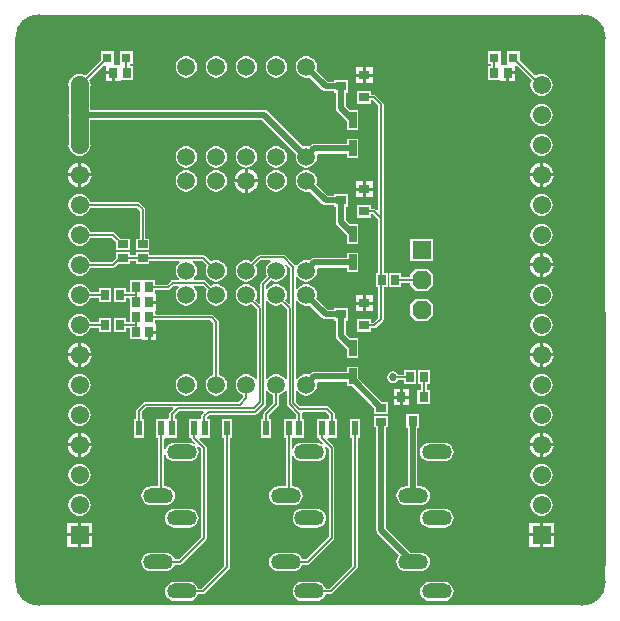
<source format=gtl>
G04 Layer_Physical_Order=1*
G04 Layer_Color=25308*
%FSLAX23Y23*%
%MOIN*%
G70*
G01*
G75*
%ADD10R,0.028X0.033*%
%ADD11R,0.031X0.031*%
%ADD12R,0.022X0.051*%
%ADD13R,0.031X0.035*%
%ADD14R,0.033X0.028*%
%ADD15R,0.026X0.053*%
%ADD16R,0.035X0.031*%
%ADD17R,0.030X0.033*%
%ADD18C,0.008*%
%ADD19C,0.060*%
%ADD20C,0.020*%
%ADD21C,0.010*%
%ADD22C,0.006*%
G04:AMPARAMS|DCode=23|XSize=100mil|YSize=50mil|CornerRadius=25mil|HoleSize=0mil|Usage=FLASHONLY|Rotation=180.000|XOffset=0mil|YOffset=0mil|HoleType=Round|Shape=RoundedRectangle|*
%AMROUNDEDRECTD23*
21,1,0.100,0.000,0,0,180.0*
21,1,0.050,0.050,0,0,180.0*
1,1,0.050,-0.025,0.000*
1,1,0.050,0.025,0.000*
1,1,0.050,0.025,0.000*
1,1,0.050,-0.025,0.000*
%
%ADD23ROUNDEDRECTD23*%
%ADD24P,0.067X8X292.5*%
%ADD25R,0.062X0.062*%
%ADD26R,0.061X0.061*%
%ADD27C,0.061*%
%ADD28C,0.059*%
%ADD29C,0.158*%
%ADD30C,0.050*%
%ADD31C,0.027*%
G36*
X1837Y1969D02*
X1889Y1969D01*
X1929Y1949D01*
X1968Y1890D01*
X1968Y1839D01*
X1968Y1839D01*
X1969Y132D01*
X1968Y132D01*
X1968Y79D01*
X1948Y39D01*
X1889Y0D01*
X1791Y0D01*
Y0D01*
X1771D01*
Y-0D01*
X1643D01*
Y0D01*
X325D01*
Y0D01*
X196D01*
Y0D01*
X177D01*
Y0D01*
X78Y0D01*
X39Y20D01*
X-0Y79D01*
X-0Y177D01*
X-0D01*
X-0Y197D01*
X-0D01*
Y1672D01*
X-1Y1836D01*
X-0Y1836D01*
X-0Y1890D01*
X19Y1929D01*
X78Y1969D01*
X130Y1969D01*
X130Y1969D01*
X1836Y1969D01*
X1837Y1969D01*
D02*
G37*
%LPC*%
G36*
X1283Y722D02*
X1262D01*
Y699D01*
X1283D01*
Y722D01*
D02*
G37*
G36*
X570Y771D02*
X561Y770D01*
X552Y766D01*
X545Y760D01*
X539Y753D01*
X536Y744D01*
X535Y735D01*
X536Y726D01*
X539Y717D01*
X545Y710D01*
X552Y704D01*
X561Y700D01*
X570Y699D01*
X580Y700D01*
X588Y704D01*
X596Y710D01*
X601Y717D01*
X605Y726D01*
X606Y735D01*
X605Y744D01*
X601Y753D01*
X596Y760D01*
X588Y766D01*
X580Y770D01*
X570Y771D01*
D02*
G37*
G36*
X1755Y772D02*
X1745Y771D01*
X1736Y767D01*
X1729Y761D01*
X1723Y753D01*
X1719Y745D01*
X1718Y735D01*
X1719Y725D01*
X1723Y717D01*
X1729Y709D01*
X1736Y703D01*
X1745Y699D01*
X1755Y698D01*
X1764Y699D01*
X1773Y703D01*
X1781Y709D01*
X1787Y717D01*
X1790Y725D01*
X1792Y735D01*
X1790Y745D01*
X1787Y753D01*
X1781Y761D01*
X1773Y767D01*
X1764Y771D01*
X1755Y772D01*
D02*
G37*
G36*
X210Y830D02*
X175D01*
X175Y824D01*
X179Y815D01*
X186Y806D01*
X194Y800D01*
X204Y796D01*
X210Y795D01*
Y830D01*
D02*
G37*
G36*
X1337Y783D02*
X1298D01*
Y769D01*
X1277D01*
X1274Y774D01*
X1268Y778D01*
X1260Y780D01*
X1252Y778D01*
X1246Y774D01*
X1242Y768D01*
X1240Y760D01*
X1242Y752D01*
X1246Y746D01*
X1252Y742D01*
X1260Y740D01*
X1268Y742D01*
X1274Y746D01*
X1277Y751D01*
X1298D01*
Y737D01*
X1337D01*
Y783D01*
D02*
G37*
G36*
X1313Y722D02*
X1293D01*
Y699D01*
X1313D01*
Y722D01*
D02*
G37*
G36*
X215Y772D02*
X205Y771D01*
X196Y767D01*
X189Y761D01*
X183Y753D01*
X179Y745D01*
X178Y735D01*
X179Y725D01*
X183Y717D01*
X189Y709D01*
X196Y703D01*
X205Y699D01*
X215Y698D01*
X224Y699D01*
X233Y703D01*
X241Y709D01*
X247Y717D01*
X250Y725D01*
X252Y735D01*
X250Y745D01*
X247Y753D01*
X241Y761D01*
X233Y767D01*
X224Y771D01*
X215Y772D01*
D02*
G37*
G36*
X1755Y672D02*
X1745Y671D01*
X1736Y667D01*
X1729Y661D01*
X1723Y653D01*
X1719Y645D01*
X1718Y635D01*
X1719Y625D01*
X1723Y617D01*
X1729Y609D01*
X1736Y603D01*
X1745Y599D01*
X1755Y598D01*
X1764Y599D01*
X1773Y603D01*
X1781Y609D01*
X1787Y617D01*
X1790Y625D01*
X1792Y635D01*
X1790Y645D01*
X1787Y653D01*
X1781Y661D01*
X1773Y667D01*
X1764Y671D01*
X1755Y672D01*
D02*
G37*
G36*
X215D02*
X205Y671D01*
X196Y667D01*
X189Y661D01*
X183Y653D01*
X179Y645D01*
X178Y635D01*
X179Y625D01*
X183Y617D01*
X189Y609D01*
X196Y603D01*
X205Y599D01*
X215Y598D01*
X224Y599D01*
X233Y603D01*
X241Y609D01*
X247Y617D01*
X250Y625D01*
X252Y635D01*
X250Y645D01*
X247Y653D01*
X241Y661D01*
X233Y667D01*
X224Y671D01*
X215Y672D01*
D02*
G37*
G36*
X1760Y575D02*
Y540D01*
X1795D01*
X1794Y546D01*
X1790Y555D01*
X1784Y564D01*
X1775Y570D01*
X1765Y575D01*
X1760Y575D01*
D02*
G37*
G36*
X1382Y783D02*
X1343D01*
Y737D01*
X1353D01*
Y718D01*
X1341D01*
Y671D01*
X1384D01*
Y718D01*
X1372D01*
Y737D01*
X1382D01*
Y783D01*
D02*
G37*
G36*
X1313Y689D02*
X1293D01*
Y667D01*
X1313D01*
Y689D01*
D02*
G37*
G36*
X1283D02*
X1262D01*
Y667D01*
X1283D01*
Y689D01*
D02*
G37*
G36*
X255Y830D02*
X220D01*
Y795D01*
X225Y796D01*
X235Y800D01*
X244Y806D01*
X250Y815D01*
X254Y824D01*
X255Y830D01*
D02*
G37*
G36*
X1373Y1022D02*
X1337D01*
X1318Y1003D01*
Y966D01*
X1337Y948D01*
X1373D01*
X1392Y966D01*
Y1003D01*
X1373Y1022D01*
D02*
G37*
G36*
X215Y972D02*
X205Y971D01*
X196Y967D01*
X189Y961D01*
X183Y953D01*
X179Y945D01*
X178Y935D01*
X179Y925D01*
X183Y917D01*
X189Y909D01*
X196Y903D01*
X205Y899D01*
X215Y898D01*
X224Y899D01*
X233Y903D01*
X241Y909D01*
X247Y917D01*
X250Y925D01*
X250Y926D01*
X280D01*
Y912D01*
X321D01*
Y958D01*
X280D01*
Y944D01*
X250D01*
X250Y945D01*
X247Y953D01*
X241Y961D01*
X233Y967D01*
X224Y971D01*
X215Y972D01*
D02*
G37*
G36*
X1755D02*
X1745Y971D01*
X1736Y967D01*
X1729Y961D01*
X1723Y953D01*
X1719Y945D01*
X1718Y935D01*
X1719Y925D01*
X1723Y917D01*
X1729Y909D01*
X1736Y903D01*
X1745Y899D01*
X1755Y898D01*
X1764Y899D01*
X1773Y903D01*
X1781Y909D01*
X1787Y917D01*
X1790Y925D01*
X1792Y935D01*
X1790Y945D01*
X1787Y953D01*
X1781Y961D01*
X1773Y967D01*
X1764Y971D01*
X1755Y972D01*
D02*
G37*
G36*
Y1072D02*
X1745Y1071D01*
X1736Y1067D01*
X1729Y1061D01*
X1723Y1053D01*
X1719Y1045D01*
X1718Y1035D01*
X1719Y1025D01*
X1723Y1017D01*
X1729Y1009D01*
X1736Y1003D01*
X1745Y999D01*
X1755Y998D01*
X1764Y999D01*
X1773Y1003D01*
X1781Y1009D01*
X1787Y1017D01*
X1790Y1025D01*
X1792Y1035D01*
X1790Y1045D01*
X1787Y1053D01*
X1781Y1061D01*
X1773Y1067D01*
X1764Y1071D01*
X1755Y1072D01*
D02*
G37*
G36*
X1192Y1002D02*
X1169D01*
Y982D01*
X1192D01*
Y1002D01*
D02*
G37*
G36*
X1159D02*
X1137D01*
Y982D01*
X1159D01*
Y1002D01*
D02*
G37*
G36*
X471Y905D02*
X453D01*
Y883D01*
X471D01*
Y905D01*
D02*
G37*
G36*
X210Y875D02*
X204Y874D01*
X194Y870D01*
X186Y864D01*
X179Y855D01*
X175Y846D01*
X175Y840D01*
X210D01*
Y875D01*
D02*
G37*
G36*
X1795Y830D02*
X1760D01*
Y795D01*
X1765Y796D01*
X1775Y800D01*
X1784Y806D01*
X1790Y815D01*
X1794Y824D01*
X1795Y830D01*
D02*
G37*
G36*
X1750D02*
X1715D01*
X1715Y824D01*
X1719Y815D01*
X1726Y806D01*
X1734Y800D01*
X1744Y796D01*
X1750Y795D01*
Y830D01*
D02*
G37*
G36*
X1760Y875D02*
Y840D01*
X1795D01*
X1794Y846D01*
X1790Y855D01*
X1784Y864D01*
X1775Y870D01*
X1765Y874D01*
X1760Y875D01*
D02*
G37*
G36*
X1750D02*
X1744Y874D01*
X1734Y870D01*
X1726Y864D01*
X1719Y855D01*
X1715Y846D01*
X1715Y840D01*
X1750D01*
Y875D01*
D02*
G37*
G36*
X220D02*
Y840D01*
X255D01*
X254Y846D01*
X250Y855D01*
X244Y864D01*
X235Y870D01*
X225Y874D01*
X220Y875D01*
D02*
G37*
G36*
X1750Y575D02*
X1744Y575D01*
X1734Y570D01*
X1726Y564D01*
X1719Y555D01*
X1715Y546D01*
X1715Y540D01*
X1750D01*
Y575D01*
D02*
G37*
G36*
X255Y276D02*
X220D01*
Y240D01*
X255D01*
Y276D01*
D02*
G37*
G36*
X210D02*
X174D01*
Y240D01*
X210D01*
Y276D01*
D02*
G37*
G36*
X1795Y230D02*
X1760D01*
Y195D01*
X1795D01*
Y230D01*
D02*
G37*
G36*
X581Y322D02*
X531D01*
X523Y321D01*
X515Y318D01*
X509Y313D01*
X504Y306D01*
X501Y299D01*
X500Y291D01*
X501Y283D01*
X504Y275D01*
X509Y269D01*
X515Y264D01*
X523Y261D01*
X531Y259D01*
X581D01*
X589Y261D01*
X597Y264D01*
X603Y269D01*
X608Y275D01*
X611Y283D01*
X612Y291D01*
X611Y299D01*
X608Y306D01*
X603Y313D01*
X597Y318D01*
X589Y321D01*
X581Y322D01*
D02*
G37*
G36*
X1795Y276D02*
X1760D01*
Y240D01*
X1795D01*
Y276D01*
D02*
G37*
G36*
X1750D02*
X1714D01*
Y240D01*
X1750D01*
Y276D01*
D02*
G37*
G36*
Y230D02*
X1714D01*
Y195D01*
X1750D01*
Y230D01*
D02*
G37*
G36*
X1149Y622D02*
X1116D01*
Y558D01*
X1123D01*
Y131D01*
X1048Y56D01*
X1036D01*
X1033Y62D01*
X1028Y69D01*
X1022Y74D01*
X1014Y77D01*
X1006Y78D01*
X956D01*
X948Y77D01*
X940Y74D01*
X934Y69D01*
X929Y62D01*
X926Y55D01*
X925Y47D01*
X926Y39D01*
X929Y31D01*
X934Y25D01*
X940Y20D01*
X948Y16D01*
X956Y15D01*
X1006D01*
X1014Y16D01*
X1022Y20D01*
X1028Y25D01*
X1033Y31D01*
X1036Y37D01*
X1052D01*
X1055Y38D01*
X1058Y40D01*
X1139Y121D01*
X1141Y124D01*
X1142Y127D01*
Y558D01*
X1149D01*
Y622D01*
D02*
G37*
G36*
X724D02*
X691D01*
Y558D01*
X698D01*
Y131D01*
X623Y56D01*
X611D01*
X608Y62D01*
X603Y69D01*
X597Y74D01*
X589Y77D01*
X581Y78D01*
X531D01*
X523Y77D01*
X515Y74D01*
X509Y69D01*
X504Y62D01*
X501Y55D01*
X500Y47D01*
X501Y39D01*
X504Y31D01*
X509Y25D01*
X515Y20D01*
X523Y16D01*
X531Y15D01*
X581D01*
X589Y16D01*
X597Y20D01*
X603Y25D01*
X608Y31D01*
X611Y37D01*
X627D01*
X630Y38D01*
X633Y40D01*
X714Y121D01*
X716Y124D01*
X717Y127D01*
Y558D01*
X724D01*
Y622D01*
D02*
G37*
G36*
X1431Y78D02*
X1381D01*
X1373Y77D01*
X1365Y74D01*
X1359Y69D01*
X1354Y62D01*
X1351Y55D01*
X1350Y47D01*
X1351Y39D01*
X1354Y31D01*
X1359Y25D01*
X1365Y20D01*
X1373Y16D01*
X1381Y15D01*
X1431D01*
X1439Y16D01*
X1447Y20D01*
X1453Y25D01*
X1458Y31D01*
X1461Y39D01*
X1462Y47D01*
X1461Y55D01*
X1458Y62D01*
X1453Y69D01*
X1447Y74D01*
X1439Y77D01*
X1431Y78D01*
D02*
G37*
G36*
X255Y230D02*
X220D01*
Y195D01*
X255D01*
Y230D01*
D02*
G37*
G36*
X210D02*
X174D01*
Y195D01*
X210D01*
Y230D01*
D02*
G37*
G36*
X1243Y632D02*
X1197D01*
Y593D01*
X1204D01*
Y252D01*
X1205Y246D01*
X1208Y241D01*
X1280Y169D01*
X1280Y167D01*
X1275Y161D01*
X1272Y153D01*
X1271Y145D01*
X1272Y137D01*
X1275Y129D01*
X1280Y123D01*
X1287Y118D01*
X1294Y115D01*
X1302Y114D01*
X1352D01*
X1360Y115D01*
X1368Y118D01*
X1374Y123D01*
X1379Y129D01*
X1383Y137D01*
X1384Y145D01*
X1383Y153D01*
X1379Y161D01*
X1374Y167D01*
X1368Y172D01*
X1360Y175D01*
X1352Y176D01*
X1319D01*
X1236Y259D01*
Y593D01*
X1243D01*
Y632D01*
D02*
G37*
G36*
X1006Y322D02*
X956D01*
X948Y321D01*
X940Y318D01*
X934Y313D01*
X929Y306D01*
X926Y299D01*
X925Y291D01*
X926Y283D01*
X929Y275D01*
X934Y269D01*
X940Y264D01*
X948Y261D01*
X956Y259D01*
X1006D01*
X1014Y261D01*
X1022Y264D01*
X1028Y269D01*
X1033Y275D01*
X1036Y283D01*
X1037Y291D01*
X1036Y299D01*
X1033Y306D01*
X1028Y313D01*
X1022Y318D01*
X1014Y321D01*
X1006Y322D01*
D02*
G37*
G36*
X1750Y530D02*
X1715D01*
X1715Y524D01*
X1719Y515D01*
X1726Y506D01*
X1734Y500D01*
X1744Y496D01*
X1750Y495D01*
Y530D01*
D02*
G37*
G36*
X255D02*
X220D01*
Y495D01*
X225Y496D01*
X235Y500D01*
X244Y506D01*
X250Y515D01*
X254Y524D01*
X255Y530D01*
D02*
G37*
G36*
X210D02*
X175D01*
X175Y524D01*
X179Y515D01*
X186Y506D01*
X194Y500D01*
X204Y496D01*
X210Y495D01*
Y530D01*
D02*
G37*
G36*
X220Y575D02*
Y540D01*
X255D01*
X254Y546D01*
X250Y555D01*
X244Y564D01*
X235Y570D01*
X225Y575D01*
X220Y575D01*
D02*
G37*
G36*
X210D02*
X204Y575D01*
X194Y570D01*
X186Y564D01*
X179Y555D01*
X175Y546D01*
X175Y540D01*
X210D01*
Y575D01*
D02*
G37*
G36*
X1795Y530D02*
X1760D01*
Y495D01*
X1765Y496D01*
X1775Y500D01*
X1784Y506D01*
X1790Y515D01*
X1794Y524D01*
X1795Y530D01*
D02*
G37*
G36*
X1431Y542D02*
X1381D01*
X1373Y541D01*
X1365Y538D01*
X1359Y533D01*
X1354Y527D01*
X1351Y519D01*
X1350Y511D01*
X1351Y503D01*
X1354Y496D01*
X1359Y489D01*
X1365Y484D01*
X1373Y481D01*
X1381Y480D01*
X1431D01*
X1439Y481D01*
X1447Y484D01*
X1453Y489D01*
X1458Y496D01*
X1461Y503D01*
X1462Y511D01*
X1461Y519D01*
X1458Y527D01*
X1453Y533D01*
X1447Y538D01*
X1439Y541D01*
X1431Y542D01*
D02*
G37*
G36*
X1755Y372D02*
X1745Y371D01*
X1736Y367D01*
X1729Y361D01*
X1723Y353D01*
X1719Y345D01*
X1718Y335D01*
X1719Y325D01*
X1723Y317D01*
X1729Y309D01*
X1736Y303D01*
X1745Y299D01*
X1755Y298D01*
X1764Y299D01*
X1773Y303D01*
X1781Y309D01*
X1787Y317D01*
X1790Y325D01*
X1792Y335D01*
X1790Y345D01*
X1787Y353D01*
X1781Y361D01*
X1773Y367D01*
X1764Y371D01*
X1755Y372D01*
D02*
G37*
G36*
X215D02*
X205Y371D01*
X196Y367D01*
X189Y361D01*
X183Y353D01*
X179Y345D01*
X178Y335D01*
X179Y325D01*
X183Y317D01*
X189Y309D01*
X196Y303D01*
X205Y299D01*
X215Y298D01*
X224Y299D01*
X233Y303D01*
X241Y309D01*
X247Y317D01*
X250Y325D01*
X252Y335D01*
X250Y345D01*
X247Y353D01*
X241Y361D01*
X233Y367D01*
X224Y371D01*
X215Y372D01*
D02*
G37*
G36*
X1431Y322D02*
X1381D01*
X1373Y321D01*
X1365Y318D01*
X1359Y313D01*
X1354Y306D01*
X1351Y299D01*
X1350Y291D01*
X1351Y283D01*
X1354Y275D01*
X1359Y269D01*
X1365Y264D01*
X1373Y261D01*
X1381Y259D01*
X1431D01*
X1439Y261D01*
X1447Y264D01*
X1453Y269D01*
X1458Y275D01*
X1461Y283D01*
X1462Y291D01*
X1461Y299D01*
X1458Y306D01*
X1453Y313D01*
X1447Y318D01*
X1439Y321D01*
X1431Y322D01*
D02*
G37*
G36*
X1755Y472D02*
X1745Y471D01*
X1736Y467D01*
X1729Y461D01*
X1723Y453D01*
X1719Y445D01*
X1718Y435D01*
X1719Y425D01*
X1723Y417D01*
X1729Y409D01*
X1736Y403D01*
X1745Y399D01*
X1755Y398D01*
X1764Y399D01*
X1773Y403D01*
X1781Y409D01*
X1787Y417D01*
X1790Y425D01*
X1792Y435D01*
X1790Y445D01*
X1787Y453D01*
X1781Y461D01*
X1773Y467D01*
X1764Y471D01*
X1755Y472D01*
D02*
G37*
G36*
X215D02*
X205Y471D01*
X196Y467D01*
X189Y461D01*
X183Y453D01*
X179Y445D01*
X178Y435D01*
X179Y425D01*
X183Y417D01*
X189Y409D01*
X196Y403D01*
X205Y399D01*
X215Y398D01*
X224Y399D01*
X233Y403D01*
X241Y409D01*
X247Y417D01*
X250Y425D01*
X252Y435D01*
X250Y445D01*
X247Y453D01*
X241Y461D01*
X233Y467D01*
X224Y471D01*
X215Y472D01*
D02*
G37*
G36*
X1347Y639D02*
X1303D01*
Y592D01*
X1309D01*
Y397D01*
X1302D01*
X1294Y396D01*
X1287Y393D01*
X1280Y388D01*
X1275Y381D01*
X1272Y374D01*
X1271Y366D01*
X1272Y357D01*
X1275Y350D01*
X1280Y343D01*
X1287Y338D01*
X1294Y335D01*
X1302Y334D01*
X1352D01*
X1360Y335D01*
X1368Y338D01*
X1374Y343D01*
X1379Y350D01*
X1383Y357D01*
X1384Y366D01*
X1383Y374D01*
X1379Y381D01*
X1374Y388D01*
X1368Y393D01*
X1360Y396D01*
X1352Y397D01*
X1341D01*
Y592D01*
X1347D01*
Y639D01*
D02*
G37*
G36*
X215Y1072D02*
X205Y1071D01*
X196Y1067D01*
X189Y1061D01*
X183Y1053D01*
X179Y1045D01*
X178Y1035D01*
X179Y1025D01*
X183Y1017D01*
X189Y1009D01*
X196Y1003D01*
X205Y999D01*
X215Y998D01*
X224Y999D01*
X233Y1003D01*
X241Y1009D01*
X247Y1017D01*
X250Y1025D01*
X250Y1026D01*
X280D01*
Y1012D01*
X321D01*
Y1058D01*
X280D01*
Y1044D01*
X250D01*
X250Y1045D01*
X247Y1053D01*
X241Y1061D01*
X233Y1067D01*
X224Y1071D01*
X215Y1072D01*
D02*
G37*
G36*
X1760Y1475D02*
Y1440D01*
X1795D01*
X1794Y1446D01*
X1790Y1455D01*
X1784Y1464D01*
X1775Y1470D01*
X1765Y1474D01*
X1760Y1475D01*
D02*
G37*
G36*
X1750D02*
X1744Y1474D01*
X1734Y1470D01*
X1726Y1464D01*
X1719Y1455D01*
X1715Y1446D01*
X1715Y1440D01*
X1750D01*
Y1475D01*
D02*
G37*
G36*
X220D02*
Y1440D01*
X255D01*
X254Y1446D01*
X250Y1455D01*
X244Y1464D01*
X235Y1470D01*
X225Y1474D01*
X220Y1475D01*
D02*
G37*
G36*
X770Y1531D02*
X761Y1530D01*
X752Y1526D01*
X745Y1520D01*
X739Y1513D01*
X736Y1504D01*
X735Y1495D01*
X736Y1486D01*
X739Y1477D01*
X745Y1470D01*
X752Y1464D01*
X761Y1460D01*
X768Y1460D01*
Y1459D01*
X770D01*
X770Y1459D01*
X771Y1459D01*
X773D01*
Y1460D01*
X780Y1460D01*
X788Y1464D01*
X796Y1470D01*
X801Y1477D01*
X805Y1486D01*
X806Y1495D01*
X805Y1504D01*
X801Y1513D01*
X796Y1520D01*
X788Y1526D01*
X780Y1530D01*
X770Y1531D01*
D02*
G37*
G36*
X870D02*
X861Y1530D01*
X852Y1526D01*
X845Y1520D01*
X839Y1513D01*
X836Y1504D01*
X835Y1495D01*
X836Y1486D01*
X839Y1477D01*
X845Y1470D01*
X852Y1464D01*
X861Y1460D01*
X870Y1459D01*
X880Y1460D01*
X888Y1464D01*
X896Y1470D01*
X901Y1477D01*
X905Y1486D01*
X906Y1495D01*
X905Y1504D01*
X901Y1513D01*
X896Y1520D01*
X888Y1526D01*
X880Y1530D01*
X870Y1531D01*
D02*
G37*
G36*
X670D02*
X661Y1530D01*
X652Y1526D01*
X645Y1520D01*
X639Y1513D01*
X636Y1504D01*
X635Y1495D01*
X636Y1486D01*
X639Y1477D01*
X645Y1470D01*
X652Y1464D01*
X661Y1460D01*
X670Y1459D01*
X680Y1460D01*
X688Y1464D01*
X696Y1470D01*
X701Y1477D01*
X705Y1486D01*
X706Y1495D01*
X705Y1504D01*
X701Y1513D01*
X696Y1520D01*
X688Y1526D01*
X680Y1530D01*
X670Y1531D01*
D02*
G37*
G36*
X570D02*
X561Y1530D01*
X552Y1526D01*
X545Y1520D01*
X539Y1513D01*
X536Y1504D01*
X535Y1495D01*
X536Y1486D01*
X539Y1477D01*
X545Y1470D01*
X552Y1464D01*
X561Y1460D01*
X570Y1459D01*
X580Y1460D01*
X588Y1464D01*
X596Y1470D01*
X601Y1477D01*
X605Y1486D01*
X606Y1495D01*
X605Y1504D01*
X601Y1513D01*
X596Y1520D01*
X588Y1526D01*
X580Y1530D01*
X570Y1531D01*
D02*
G37*
G36*
X1750Y1430D02*
X1715D01*
X1715Y1424D01*
X1719Y1415D01*
X1726Y1406D01*
X1734Y1400D01*
X1744Y1396D01*
X1750Y1395D01*
Y1430D01*
D02*
G37*
G36*
X255D02*
X220D01*
Y1395D01*
X225Y1396D01*
X235Y1400D01*
X244Y1406D01*
X250Y1415D01*
X254Y1424D01*
X255Y1430D01*
D02*
G37*
G36*
X210D02*
X175D01*
X175Y1424D01*
X179Y1415D01*
X186Y1406D01*
X194Y1400D01*
X204Y1396D01*
X210Y1395D01*
Y1430D01*
D02*
G37*
G36*
X1795D02*
X1760D01*
Y1395D01*
X1765Y1396D01*
X1775Y1400D01*
X1784Y1406D01*
X1790Y1415D01*
X1794Y1424D01*
X1795Y1430D01*
D02*
G37*
G36*
X210Y1475D02*
X204Y1474D01*
X194Y1470D01*
X186Y1464D01*
X179Y1455D01*
X175Y1446D01*
X175Y1440D01*
X210D01*
Y1475D01*
D02*
G37*
G36*
X775Y1454D02*
Y1420D01*
X810D01*
X809Y1425D01*
X805Y1435D01*
X799Y1443D01*
X790Y1450D01*
X781Y1454D01*
X775Y1454D01*
D02*
G37*
G36*
X765D02*
X760Y1454D01*
X750Y1450D01*
X742Y1443D01*
X736Y1435D01*
X732Y1425D01*
X731Y1420D01*
X765D01*
Y1454D01*
D02*
G37*
G36*
X1755Y1572D02*
X1745Y1571D01*
X1736Y1567D01*
X1729Y1561D01*
X1723Y1553D01*
X1719Y1545D01*
X1718Y1535D01*
X1719Y1525D01*
X1723Y1517D01*
X1729Y1509D01*
X1736Y1503D01*
X1745Y1499D01*
X1755Y1498D01*
X1764Y1499D01*
X1773Y1503D01*
X1781Y1509D01*
X1787Y1517D01*
X1790Y1525D01*
X1792Y1535D01*
X1790Y1545D01*
X1787Y1553D01*
X1781Y1561D01*
X1773Y1567D01*
X1764Y1571D01*
X1755Y1572D01*
D02*
G37*
G36*
X870Y1831D02*
X861Y1830D01*
X852Y1826D01*
X845Y1820D01*
X839Y1813D01*
X836Y1804D01*
X835Y1795D01*
X836Y1786D01*
X839Y1777D01*
X845Y1770D01*
X852Y1764D01*
X861Y1760D01*
X870Y1759D01*
X880Y1760D01*
X888Y1764D01*
X896Y1770D01*
X901Y1777D01*
X905Y1786D01*
X906Y1795D01*
X905Y1804D01*
X901Y1813D01*
X896Y1820D01*
X888Y1826D01*
X880Y1830D01*
X870Y1831D01*
D02*
G37*
G36*
X770D02*
X761Y1830D01*
X752Y1826D01*
X745Y1820D01*
X739Y1813D01*
X736Y1804D01*
X735Y1795D01*
X736Y1786D01*
X739Y1777D01*
X745Y1770D01*
X752Y1764D01*
X761Y1760D01*
X770Y1759D01*
X780Y1760D01*
X788Y1764D01*
X796Y1770D01*
X801Y1777D01*
X805Y1786D01*
X806Y1795D01*
X805Y1804D01*
X801Y1813D01*
X796Y1820D01*
X788Y1826D01*
X780Y1830D01*
X770Y1831D01*
D02*
G37*
G36*
X670D02*
X661Y1830D01*
X652Y1826D01*
X645Y1820D01*
X639Y1813D01*
X636Y1804D01*
X635Y1795D01*
X636Y1786D01*
X639Y1777D01*
X645Y1770D01*
X652Y1764D01*
X661Y1760D01*
X670Y1759D01*
X680Y1760D01*
X688Y1764D01*
X696Y1770D01*
X701Y1777D01*
X705Y1786D01*
X706Y1795D01*
X705Y1804D01*
X701Y1813D01*
X696Y1820D01*
X688Y1826D01*
X680Y1830D01*
X670Y1831D01*
D02*
G37*
G36*
X1159Y1793D02*
X1137D01*
Y1772D01*
X1159D01*
Y1793D01*
D02*
G37*
G36*
X1683Y1847D02*
X1640D01*
Y1807D01*
X1640Y1803D01*
X1635Y1802D01*
X1628D01*
X1624Y1802D01*
X1620Y1805D01*
X1620Y1807D01*
Y1807D01*
Y1847D01*
X1577D01*
Y1803D01*
X1588D01*
Y1798D01*
X1577D01*
Y1752D01*
X1614D01*
X1616Y1752D01*
X1616Y1752D01*
X1617Y1752D01*
X1619Y1748D01*
X1619D01*
X1619Y1748D01*
X1619Y1748D01*
X1619Y1748D01*
X1619D01*
X1619D01*
X1619Y1748D01*
X1619Y1748D01*
X1619D01*
X1619D01*
X1619D01*
X1619D01*
X1619D01*
D01*
X1624Y1748D01*
X1638D01*
Y1775D01*
X1643D01*
Y1780D01*
X1666D01*
Y1798D01*
Y1799D01*
X1671Y1801D01*
X1722Y1750D01*
X1719Y1745D01*
X1718Y1735D01*
X1719Y1725D01*
X1723Y1717D01*
X1729Y1709D01*
X1736Y1703D01*
X1745Y1699D01*
X1755Y1698D01*
X1764Y1699D01*
X1773Y1703D01*
X1781Y1709D01*
X1787Y1717D01*
X1790Y1725D01*
X1792Y1735D01*
X1790Y1745D01*
X1787Y1753D01*
X1781Y1761D01*
X1773Y1767D01*
X1764Y1771D01*
X1755Y1772D01*
X1745Y1771D01*
X1736Y1767D01*
X1735Y1766D01*
X1683Y1818D01*
Y1847D01*
D02*
G37*
G36*
X393D02*
X350D01*
Y1807D01*
X350Y1807D01*
Y1805D01*
X346Y1802D01*
X342Y1802D01*
X334D01*
X330Y1803D01*
X330Y1807D01*
Y1847D01*
X287D01*
Y1818D01*
X235Y1766D01*
X233Y1767D01*
X224Y1771D01*
X215Y1772D01*
X205Y1771D01*
X196Y1767D01*
X189Y1761D01*
X183Y1753D01*
X179Y1745D01*
X178Y1735D01*
X179Y1731D01*
Y1639D01*
X178Y1635D01*
X179Y1631D01*
Y1539D01*
X178Y1535D01*
X179Y1525D01*
X183Y1517D01*
X189Y1509D01*
X196Y1503D01*
X205Y1499D01*
X215Y1498D01*
X224Y1499D01*
X233Y1503D01*
X241Y1509D01*
X247Y1517D01*
X250Y1525D01*
X252Y1535D01*
X251Y1539D01*
Y1619D01*
X824D01*
X936Y1506D01*
X936Y1504D01*
X935Y1495D01*
X936Y1486D01*
X939Y1477D01*
X945Y1470D01*
X952Y1464D01*
X961Y1460D01*
X970Y1459D01*
X980Y1460D01*
X988Y1464D01*
X996Y1470D01*
X1001Y1477D01*
X1005Y1486D01*
X1006Y1495D01*
X1005Y1501D01*
X1009Y1506D01*
X1010Y1506D01*
X1106D01*
Y1490D01*
X1144D01*
Y1555D01*
X1106D01*
Y1539D01*
X998D01*
X992Y1538D01*
X987Y1534D01*
X981Y1529D01*
X980Y1530D01*
X970Y1531D01*
X961Y1530D01*
X960Y1529D01*
X842Y1647D01*
X837Y1650D01*
X830Y1651D01*
X251D01*
Y1731D01*
X252Y1735D01*
X250Y1745D01*
X248Y1750D01*
X298Y1801D01*
X303Y1799D01*
Y1798D01*
Y1780D01*
X327D01*
Y1775D01*
X332D01*
Y1748D01*
X350D01*
X350Y1748D01*
Y1748D01*
X350D01*
X351D01*
X353Y1752D01*
X353Y1752D01*
X353Y1752D01*
X353Y1752D01*
X356Y1752D01*
X392D01*
Y1798D01*
X382D01*
Y1803D01*
X393D01*
Y1847D01*
D02*
G37*
G36*
X1192Y1793D02*
X1169D01*
Y1772D01*
X1192D01*
Y1793D01*
D02*
G37*
G36*
X1159Y1762D02*
X1137D01*
Y1742D01*
X1159D01*
Y1762D01*
D02*
G37*
G36*
X1755Y1672D02*
X1745Y1671D01*
X1736Y1667D01*
X1729Y1661D01*
X1723Y1653D01*
X1719Y1645D01*
X1718Y1635D01*
X1719Y1625D01*
X1723Y1617D01*
X1729Y1609D01*
X1736Y1603D01*
X1745Y1599D01*
X1755Y1598D01*
X1764Y1599D01*
X1773Y1603D01*
X1781Y1609D01*
X1787Y1617D01*
X1790Y1625D01*
X1792Y1635D01*
X1790Y1645D01*
X1787Y1653D01*
X1781Y1661D01*
X1773Y1667D01*
X1764Y1671D01*
X1755Y1672D01*
D02*
G37*
G36*
X970Y1831D02*
X961Y1830D01*
X952Y1826D01*
X945Y1820D01*
X939Y1813D01*
X936Y1804D01*
X935Y1795D01*
X936Y1786D01*
X939Y1777D01*
X945Y1770D01*
X952Y1764D01*
X961Y1760D01*
X970Y1759D01*
X980Y1760D01*
X981Y1761D01*
X1024Y1718D01*
X1029Y1715D01*
X1035Y1714D01*
X1062D01*
Y1708D01*
X1069D01*
Y1657D01*
X1071Y1650D01*
X1074Y1645D01*
X1106Y1613D01*
Y1585D01*
X1144D01*
Y1650D01*
X1115D01*
X1102Y1663D01*
Y1708D01*
X1109D01*
Y1752D01*
X1062D01*
Y1746D01*
X1042D01*
X1004Y1784D01*
X1005Y1786D01*
X1006Y1795D01*
X1005Y1804D01*
X1001Y1813D01*
X996Y1820D01*
X988Y1826D01*
X980Y1830D01*
X970Y1831D01*
D02*
G37*
G36*
X1192Y1762D02*
X1169D01*
Y1742D01*
X1192D01*
Y1762D01*
D02*
G37*
G36*
X570Y1831D02*
X561Y1830D01*
X552Y1826D01*
X545Y1820D01*
X539Y1813D01*
X536Y1804D01*
X535Y1795D01*
X536Y1786D01*
X539Y1777D01*
X545Y1770D01*
X552Y1764D01*
X561Y1760D01*
X570Y1759D01*
X580Y1760D01*
X588Y1764D01*
X596Y1770D01*
X601Y1777D01*
X605Y1786D01*
X606Y1795D01*
X605Y1804D01*
X601Y1813D01*
X596Y1820D01*
X588Y1826D01*
X580Y1830D01*
X570Y1831D01*
D02*
G37*
G36*
X1666Y1770D02*
X1648D01*
Y1748D01*
X1666D01*
Y1770D01*
D02*
G37*
G36*
X322D02*
X303D01*
Y1748D01*
X322D01*
Y1770D01*
D02*
G37*
G36*
X448Y1177D02*
X402D01*
Y1167D01*
X383D01*
Y1177D01*
X337D01*
Y1158D01*
X324Y1144D01*
X250D01*
X250Y1145D01*
X247Y1153D01*
X241Y1161D01*
X233Y1167D01*
X224Y1171D01*
X215Y1172D01*
X205Y1171D01*
X196Y1167D01*
X189Y1161D01*
X183Y1153D01*
X179Y1145D01*
X178Y1135D01*
X179Y1125D01*
X183Y1117D01*
X189Y1109D01*
X196Y1103D01*
X205Y1099D01*
X215Y1098D01*
X224Y1099D01*
X233Y1103D01*
X241Y1109D01*
X247Y1117D01*
X250Y1125D01*
X250Y1126D01*
X328D01*
X331Y1127D01*
X334Y1129D01*
X343Y1138D01*
X383D01*
Y1148D01*
X402D01*
Y1138D01*
X448D01*
Y1148D01*
X547D01*
X549Y1143D01*
X545Y1140D01*
X539Y1133D01*
X536Y1124D01*
X535Y1115D01*
X536Y1106D01*
X539Y1097D01*
X545Y1090D01*
X546Y1089D01*
X544Y1084D01*
X525D01*
X521Y1083D01*
X519Y1081D01*
X506Y1069D01*
X467D01*
Y1083D01*
X428D01*
Y1044D01*
X424Y1041D01*
X422Y1043D01*
Y1083D01*
X383D01*
Y1044D01*
X370D01*
Y1058D01*
X329D01*
Y1012D01*
X370D01*
Y1026D01*
X379D01*
X383Y1022D01*
Y988D01*
X383Y987D01*
Y985D01*
Y983D01*
X383Y982D01*
Y944D01*
X370D01*
Y958D01*
X329D01*
Y912D01*
X370D01*
Y926D01*
X383D01*
Y887D01*
X419D01*
X421Y887D01*
X422Y887D01*
X422Y887D01*
X424Y883D01*
X424D01*
X424Y883D01*
X424Y883D01*
X424Y883D01*
X424D01*
X424D01*
X424Y883D01*
X424Y883D01*
X424D01*
X425D01*
X425D01*
X425D01*
X425D01*
D01*
X429Y883D01*
X443D01*
Y910D01*
X448D01*
Y915D01*
X471D01*
Y930D01*
X471Y935D01*
Y935D01*
Y935D01*
Y935D01*
Y935D01*
Y935D01*
X471Y935D01*
X471Y935D01*
Y935D01*
Y936D01*
Y937D01*
Y937D01*
X470Y938D01*
X469Y938D01*
X467Y939D01*
X467Y942D01*
Y951D01*
X651D01*
X661Y941D01*
Y770D01*
X661Y770D01*
X652Y766D01*
X645Y760D01*
X639Y753D01*
X636Y744D01*
X635Y735D01*
X636Y726D01*
X639Y717D01*
X645Y710D01*
X652Y704D01*
X661Y700D01*
X670Y699D01*
X680Y700D01*
X688Y704D01*
X696Y710D01*
X701Y717D01*
X705Y726D01*
X706Y735D01*
X705Y744D01*
X701Y753D01*
X696Y760D01*
X688Y766D01*
X680Y770D01*
X680Y770D01*
Y945D01*
X679Y948D01*
X679Y948D01*
X677Y951D01*
X661Y966D01*
X659Y968D01*
X655Y969D01*
X471D01*
X467Y973D01*
Y978D01*
X467Y981D01*
X469Y982D01*
X470Y983D01*
X471Y983D01*
Y983D01*
X471Y984D01*
Y984D01*
Y985D01*
Y985D01*
Y985D01*
X471Y985D01*
X471Y985D01*
Y985D01*
Y985D01*
Y985D01*
Y985D01*
X471Y990D01*
Y1005D01*
X448D01*
Y1015D01*
X471D01*
Y1030D01*
X471Y1035D01*
Y1035D01*
Y1035D01*
Y1035D01*
Y1035D01*
Y1035D01*
X471Y1035D01*
X471Y1035D01*
Y1035D01*
Y1036D01*
Y1037D01*
Y1037D01*
X470Y1038D01*
X469Y1038D01*
X467Y1039D01*
X467Y1042D01*
Y1051D01*
X510D01*
X514Y1052D01*
X516Y1054D01*
X529Y1066D01*
X544D01*
X546Y1061D01*
X545Y1060D01*
X539Y1053D01*
X536Y1044D01*
X535Y1035D01*
X536Y1026D01*
X539Y1017D01*
X545Y1010D01*
X552Y1004D01*
X561Y1000D01*
X570Y999D01*
X580Y1000D01*
X588Y1004D01*
X596Y1010D01*
X601Y1017D01*
X605Y1026D01*
X606Y1035D01*
X605Y1044D01*
X601Y1053D01*
X596Y1060D01*
X595Y1061D01*
X596Y1066D01*
X627D01*
X639Y1053D01*
X639Y1053D01*
X636Y1044D01*
X635Y1035D01*
X636Y1026D01*
X639Y1017D01*
X645Y1010D01*
X652Y1004D01*
X661Y1000D01*
X670Y999D01*
X680Y1000D01*
X688Y1004D01*
X696Y1010D01*
X701Y1017D01*
X705Y1026D01*
X706Y1035D01*
X705Y1044D01*
X701Y1053D01*
X696Y1060D01*
X688Y1066D01*
X680Y1070D01*
X670Y1071D01*
X661Y1070D01*
X652Y1066D01*
X652Y1066D01*
X637Y1081D01*
X634Y1083D01*
X630Y1084D01*
X596D01*
X595Y1089D01*
X596Y1090D01*
X601Y1097D01*
X605Y1106D01*
X606Y1115D01*
X605Y1124D01*
X601Y1133D01*
X596Y1140D01*
X592Y1143D01*
X594Y1148D01*
X624D01*
X639Y1133D01*
X639Y1133D01*
X636Y1124D01*
X635Y1115D01*
X636Y1106D01*
X639Y1097D01*
X645Y1090D01*
X652Y1084D01*
X661Y1080D01*
X670Y1079D01*
X680Y1080D01*
X688Y1084D01*
X696Y1090D01*
X701Y1097D01*
X705Y1106D01*
X706Y1115D01*
X705Y1124D01*
X701Y1133D01*
X696Y1140D01*
X688Y1146D01*
X680Y1150D01*
X670Y1151D01*
X661Y1150D01*
X652Y1146D01*
X652Y1146D01*
X635Y1164D01*
X632Y1166D01*
X628Y1167D01*
X448D01*
Y1177D01*
D02*
G37*
G36*
X1144Y1175D02*
X1106D01*
Y1159D01*
X998D01*
X992Y1158D01*
X987Y1154D01*
X981Y1149D01*
X980Y1150D01*
X970Y1151D01*
X961Y1150D01*
X952Y1146D01*
X945Y1140D01*
X940Y1133D01*
X937Y1133D01*
X934Y1133D01*
X933Y1134D01*
X901Y1166D01*
X899Y1168D01*
X895Y1169D01*
X815D01*
X812Y1168D01*
X809Y1166D01*
X788Y1146D01*
X788Y1146D01*
X780Y1150D01*
X770Y1151D01*
X761Y1150D01*
X752Y1146D01*
X745Y1140D01*
X739Y1133D01*
X736Y1124D01*
X735Y1115D01*
X736Y1106D01*
X739Y1097D01*
X745Y1090D01*
X752Y1084D01*
X761Y1080D01*
X770Y1079D01*
X780Y1080D01*
X788Y1084D01*
X796Y1090D01*
X801Y1097D01*
X805Y1106D01*
X806Y1115D01*
X805Y1124D01*
X801Y1133D01*
X801Y1133D01*
X819Y1151D01*
X850D01*
X852Y1146D01*
X852Y1146D01*
X845Y1140D01*
X839Y1133D01*
X836Y1124D01*
X835Y1115D01*
X836Y1106D01*
X839Y1097D01*
X839Y1097D01*
X821Y1078D01*
X819Y1075D01*
X818Y1072D01*
Y1007D01*
X813Y1005D01*
X801Y1017D01*
X801Y1017D01*
X805Y1026D01*
X806Y1035D01*
X805Y1044D01*
X801Y1053D01*
X796Y1060D01*
X788Y1066D01*
X780Y1070D01*
X770Y1071D01*
X761Y1070D01*
X752Y1066D01*
X745Y1060D01*
X739Y1053D01*
X736Y1044D01*
X735Y1035D01*
X736Y1026D01*
X739Y1017D01*
X745Y1010D01*
X752Y1004D01*
X761Y1000D01*
X770Y999D01*
X780Y1000D01*
X788Y1004D01*
X788Y1004D01*
X806Y987D01*
Y755D01*
X804Y754D01*
X801Y754D01*
X796Y760D01*
X788Y766D01*
X780Y770D01*
X770Y771D01*
X761Y770D01*
X752Y766D01*
X745Y760D01*
X739Y753D01*
X736Y744D01*
X735Y735D01*
X736Y726D01*
X739Y717D01*
X745Y710D01*
X752Y704D01*
X761Y700D01*
X761Y700D01*
Y694D01*
X745Y678D01*
X434D01*
X431Y678D01*
X430Y677D01*
X428Y675D01*
X406Y654D01*
X404Y651D01*
X403Y648D01*
Y622D01*
X396D01*
Y558D01*
X429D01*
Y622D01*
X422D01*
Y644D01*
X438Y660D01*
X525D01*
X527Y655D01*
X516Y644D01*
X514Y641D01*
X513Y638D01*
Y625D01*
X511Y623D01*
X508Y622D01*
X506D01*
X505D01*
X504D01*
X501Y622D01*
X471D01*
Y558D01*
X478D01*
Y397D01*
X452D01*
X444Y396D01*
X437Y393D01*
X430Y388D01*
X425Y381D01*
X422Y374D01*
X421Y366D01*
X422Y357D01*
X425Y350D01*
X430Y343D01*
X437Y338D01*
X444Y335D01*
X452Y334D01*
X502D01*
X510Y335D01*
X518Y338D01*
X524Y343D01*
X529Y350D01*
X533Y357D01*
X534Y366D01*
X533Y374D01*
X529Y381D01*
X524Y388D01*
X518Y393D01*
X510Y396D01*
X502Y397D01*
X497D01*
Y500D01*
X502Y501D01*
X504Y496D01*
X509Y489D01*
X515Y484D01*
X523Y481D01*
X531Y480D01*
X581D01*
X589Y481D01*
X597Y484D01*
X603Y489D01*
X608Y496D01*
X611Y503D01*
X612Y511D01*
X611Y519D01*
X608Y527D01*
X612Y530D01*
X621Y521D01*
Y229D01*
X546Y154D01*
X532D01*
X529Y161D01*
X524Y167D01*
X518Y172D01*
X510Y175D01*
X502Y176D01*
X452D01*
X444Y175D01*
X437Y172D01*
X430Y167D01*
X425Y161D01*
X422Y153D01*
X421Y145D01*
X422Y137D01*
X425Y129D01*
X430Y123D01*
X437Y118D01*
X444Y115D01*
X452Y114D01*
X502D01*
X510Y115D01*
X518Y118D01*
X524Y123D01*
X529Y129D01*
X532Y136D01*
X550D01*
X554Y137D01*
X557Y139D01*
X636Y219D01*
X638Y221D01*
X639Y225D01*
Y525D01*
X639Y528D01*
X638Y529D01*
X636Y531D01*
X614Y554D01*
X617Y558D01*
X619Y558D01*
X649D01*
Y622D01*
X640D01*
X640Y627D01*
X649Y636D01*
X800D01*
X804Y637D01*
X806Y639D01*
X833Y666D01*
X835Y668D01*
X836Y672D01*
Y713D01*
X841Y715D01*
X845Y710D01*
X852Y704D01*
X861Y700D01*
X861Y700D01*
Y674D01*
X831Y644D01*
X829Y641D01*
X828Y638D01*
Y622D01*
X821D01*
Y558D01*
X854D01*
Y622D01*
X847D01*
Y634D01*
X877Y664D01*
X879Y667D01*
X880Y670D01*
Y700D01*
X880Y700D01*
X888Y704D01*
X896Y710D01*
X901Y716D01*
X904Y716D01*
X906Y715D01*
Y670D01*
X907Y666D01*
X909Y664D01*
X938Y634D01*
Y625D01*
X936Y623D01*
X933Y622D01*
X931D01*
X930D01*
X929D01*
X926Y622D01*
X896D01*
Y558D01*
X903D01*
Y397D01*
X877D01*
X869Y396D01*
X862Y393D01*
X855Y388D01*
X850Y381D01*
X847Y374D01*
X846Y366D01*
X847Y357D01*
X850Y350D01*
X855Y343D01*
X862Y338D01*
X869Y335D01*
X877Y334D01*
X927D01*
X935Y335D01*
X943Y338D01*
X949Y343D01*
X954Y350D01*
X958Y357D01*
X959Y366D01*
X958Y374D01*
X954Y381D01*
X949Y388D01*
X943Y393D01*
X935Y396D01*
X927Y397D01*
X922D01*
Y500D01*
X927Y501D01*
X929Y496D01*
X934Y489D01*
X940Y484D01*
X948Y481D01*
X956Y480D01*
X1006D01*
X1014Y481D01*
X1022Y484D01*
X1028Y489D01*
X1033Y496D01*
X1036Y503D01*
X1037Y511D01*
X1036Y519D01*
X1033Y527D01*
X1037Y530D01*
X1046Y521D01*
Y229D01*
X971Y154D01*
X957D01*
X954Y161D01*
X949Y167D01*
X943Y172D01*
X935Y175D01*
X927Y176D01*
X877D01*
X869Y175D01*
X862Y172D01*
X855Y167D01*
X850Y161D01*
X847Y153D01*
X846Y145D01*
X847Y137D01*
X850Y129D01*
X855Y123D01*
X862Y118D01*
X869Y115D01*
X877Y114D01*
X927D01*
X935Y115D01*
X943Y118D01*
X949Y123D01*
X954Y129D01*
X957Y136D01*
X975D01*
X979Y137D01*
X982Y139D01*
X1061Y219D01*
X1063Y221D01*
X1064Y225D01*
Y525D01*
X1064Y528D01*
X1063Y529D01*
X1061Y531D01*
X1039Y554D01*
X1042Y558D01*
X1044Y558D01*
X1074D01*
Y622D01*
X1067D01*
Y637D01*
X1066Y641D01*
X1064Y644D01*
X1046Y661D01*
X1044Y663D01*
X1040Y664D01*
X951D01*
X936Y679D01*
Y713D01*
X941Y715D01*
X945Y710D01*
X952Y704D01*
X961Y700D01*
X970Y699D01*
X980Y700D01*
X988Y704D01*
X996Y710D01*
X1001Y717D01*
X1005Y726D01*
X1006Y735D01*
X1005Y741D01*
X1009Y746D01*
X1010Y746D01*
X1106D01*
Y730D01*
X1124D01*
X1197Y657D01*
Y638D01*
X1243D01*
Y677D01*
X1223D01*
X1144Y757D01*
Y795D01*
X1106D01*
Y779D01*
X998D01*
X992Y778D01*
X987Y774D01*
X981Y769D01*
X980Y770D01*
X970Y771D01*
X961Y770D01*
X952Y766D01*
X945Y760D01*
X941Y755D01*
X936Y757D01*
Y1013D01*
X941Y1015D01*
X945Y1010D01*
X952Y1004D01*
X961Y1000D01*
X970Y999D01*
X980Y1000D01*
X981Y1001D01*
X1024Y958D01*
X1029Y955D01*
X1035Y954D01*
X1062D01*
Y948D01*
X1069D01*
Y897D01*
X1071Y890D01*
X1074Y885D01*
X1106Y853D01*
Y825D01*
X1144D01*
Y890D01*
X1115D01*
X1102Y903D01*
Y948D01*
X1109D01*
Y992D01*
X1062D01*
Y986D01*
X1042D01*
X1004Y1024D01*
X1005Y1026D01*
X1006Y1035D01*
X1005Y1044D01*
X1001Y1053D01*
X996Y1060D01*
X988Y1066D01*
X980Y1070D01*
X970Y1071D01*
X961Y1070D01*
X952Y1066D01*
X945Y1060D01*
X941Y1055D01*
X936Y1057D01*
Y1093D01*
X941Y1095D01*
X945Y1090D01*
X952Y1084D01*
X961Y1080D01*
X970Y1079D01*
X980Y1080D01*
X988Y1084D01*
X996Y1090D01*
X1001Y1097D01*
X1005Y1106D01*
X1006Y1115D01*
X1005Y1121D01*
X1009Y1126D01*
X1010Y1126D01*
X1106D01*
Y1110D01*
X1144D01*
Y1175D01*
D02*
G37*
G36*
X1392Y1222D02*
X1318D01*
Y1148D01*
X1392D01*
Y1222D01*
D02*
G37*
G36*
X215Y1272D02*
X205Y1271D01*
X196Y1267D01*
X189Y1261D01*
X183Y1253D01*
X179Y1245D01*
X178Y1235D01*
X179Y1225D01*
X183Y1217D01*
X189Y1209D01*
X196Y1203D01*
X205Y1199D01*
X215Y1198D01*
X224Y1199D01*
X233Y1203D01*
X241Y1209D01*
X247Y1217D01*
X250Y1225D01*
X250Y1226D01*
X324D01*
X337Y1212D01*
Y1183D01*
X383D01*
Y1222D01*
X353D01*
X334Y1242D01*
X331Y1244D01*
X328Y1244D01*
X250D01*
X250Y1245D01*
X247Y1253D01*
X241Y1261D01*
X233Y1267D01*
X224Y1271D01*
X215Y1272D01*
D02*
G37*
G36*
X970Y1451D02*
X961Y1450D01*
X952Y1446D01*
X945Y1440D01*
X939Y1433D01*
X936Y1424D01*
X935Y1415D01*
X936Y1406D01*
X939Y1397D01*
X945Y1390D01*
X952Y1384D01*
X961Y1380D01*
X970Y1379D01*
X980Y1380D01*
X981Y1381D01*
X1024Y1338D01*
X1029Y1335D01*
X1035Y1334D01*
X1062D01*
Y1328D01*
X1069D01*
Y1277D01*
X1071Y1270D01*
X1074Y1265D01*
X1106Y1233D01*
Y1205D01*
X1144D01*
Y1270D01*
X1115D01*
X1102Y1283D01*
Y1328D01*
X1109D01*
Y1372D01*
X1062D01*
Y1366D01*
X1042D01*
X1004Y1404D01*
X1005Y1406D01*
X1006Y1415D01*
X1005Y1424D01*
X1001Y1433D01*
X996Y1440D01*
X988Y1446D01*
X980Y1450D01*
X970Y1451D01*
D02*
G37*
G36*
X1755Y1272D02*
X1745Y1271D01*
X1736Y1267D01*
X1729Y1261D01*
X1723Y1253D01*
X1719Y1245D01*
X1718Y1235D01*
X1719Y1225D01*
X1723Y1217D01*
X1729Y1209D01*
X1736Y1203D01*
X1745Y1199D01*
X1755Y1198D01*
X1764Y1199D01*
X1773Y1203D01*
X1781Y1209D01*
X1787Y1217D01*
X1790Y1225D01*
X1792Y1235D01*
X1790Y1245D01*
X1787Y1253D01*
X1781Y1261D01*
X1773Y1267D01*
X1764Y1271D01*
X1755Y1272D01*
D02*
G37*
G36*
X215Y1372D02*
X205Y1371D01*
X196Y1367D01*
X189Y1361D01*
X183Y1353D01*
X179Y1345D01*
X178Y1335D01*
X179Y1325D01*
X183Y1317D01*
X189Y1309D01*
X196Y1303D01*
X205Y1299D01*
X215Y1298D01*
X224Y1299D01*
X233Y1303D01*
X241Y1309D01*
X247Y1317D01*
X250Y1325D01*
X250Y1326D01*
X406D01*
X416Y1316D01*
Y1222D01*
X402D01*
Y1183D01*
X448D01*
Y1222D01*
X434D01*
Y1320D01*
X433Y1324D01*
X431Y1326D01*
X416Y1342D01*
X413Y1344D01*
X410Y1344D01*
X250D01*
X250Y1345D01*
X247Y1353D01*
X241Y1361D01*
X233Y1367D01*
X224Y1371D01*
X215Y1372D01*
D02*
G37*
G36*
X1373Y1122D02*
X1337D01*
X1318Y1104D01*
Y1094D01*
X1287D01*
Y1108D01*
X1248D01*
Y1062D01*
X1287D01*
Y1076D01*
X1318D01*
Y1066D01*
X1337Y1048D01*
X1373D01*
X1392Y1066D01*
Y1104D01*
X1373Y1122D01*
D02*
G37*
G36*
X1192Y1033D02*
X1169D01*
Y1012D01*
X1192D01*
Y1033D01*
D02*
G37*
G36*
X1159D02*
X1137D01*
Y1012D01*
X1159D01*
Y1033D01*
D02*
G37*
G36*
X1750Y1130D02*
X1715D01*
X1715Y1124D01*
X1719Y1115D01*
X1726Y1106D01*
X1734Y1100D01*
X1744Y1096D01*
X1750Y1095D01*
Y1130D01*
D02*
G37*
G36*
X1760Y1175D02*
Y1140D01*
X1795D01*
X1794Y1146D01*
X1790Y1155D01*
X1784Y1164D01*
X1775Y1170D01*
X1765Y1174D01*
X1760Y1175D01*
D02*
G37*
G36*
X1750D02*
X1744Y1174D01*
X1734Y1170D01*
X1726Y1164D01*
X1719Y1155D01*
X1715Y1146D01*
X1715Y1140D01*
X1750D01*
Y1175D01*
D02*
G37*
G36*
X1795Y1130D02*
X1760D01*
Y1095D01*
X1765Y1096D01*
X1775Y1100D01*
X1784Y1106D01*
X1790Y1115D01*
X1794Y1124D01*
X1795Y1130D01*
D02*
G37*
G36*
X670Y1451D02*
X661Y1450D01*
X652Y1446D01*
X645Y1440D01*
X639Y1433D01*
X636Y1424D01*
X635Y1415D01*
X636Y1406D01*
X639Y1397D01*
X645Y1390D01*
X652Y1384D01*
X661Y1380D01*
X670Y1379D01*
X680Y1380D01*
X688Y1384D01*
X696Y1390D01*
X701Y1397D01*
X705Y1406D01*
X706Y1415D01*
X705Y1424D01*
X701Y1433D01*
X696Y1440D01*
X688Y1446D01*
X680Y1450D01*
X670Y1451D01*
D02*
G37*
G36*
X570D02*
X561Y1450D01*
X552Y1446D01*
X545Y1440D01*
X539Y1433D01*
X536Y1424D01*
X535Y1415D01*
X536Y1406D01*
X539Y1397D01*
X545Y1390D01*
X552Y1384D01*
X561Y1380D01*
X570Y1379D01*
X580Y1380D01*
X588Y1384D01*
X596Y1390D01*
X601Y1397D01*
X605Y1406D01*
X606Y1415D01*
X605Y1424D01*
X601Y1433D01*
X596Y1440D01*
X588Y1446D01*
X580Y1450D01*
X570Y1451D01*
D02*
G37*
G36*
X810Y1410D02*
X775D01*
Y1376D01*
X781Y1376D01*
X790Y1380D01*
X799Y1387D01*
X805Y1395D01*
X809Y1405D01*
X810Y1410D01*
D02*
G37*
G36*
X1192Y1413D02*
X1169D01*
Y1392D01*
X1192D01*
Y1413D01*
D02*
G37*
G36*
X1159D02*
X1137D01*
Y1392D01*
X1159D01*
Y1413D01*
D02*
G37*
G36*
X870Y1451D02*
X861Y1450D01*
X852Y1446D01*
X845Y1440D01*
X839Y1433D01*
X836Y1424D01*
X835Y1415D01*
X836Y1406D01*
X839Y1397D01*
X845Y1390D01*
X852Y1384D01*
X861Y1380D01*
X870Y1379D01*
X880Y1380D01*
X888Y1384D01*
X896Y1390D01*
X901Y1397D01*
X905Y1406D01*
X906Y1415D01*
X905Y1424D01*
X901Y1433D01*
X896Y1440D01*
X888Y1446D01*
X880Y1450D01*
X870Y1451D01*
D02*
G37*
G36*
X1188Y1714D02*
X1141D01*
Y1671D01*
X1188D01*
Y1683D01*
X1194D01*
X1211Y1666D01*
Y1319D01*
X1206Y1317D01*
X1204Y1319D01*
X1201Y1321D01*
X1197Y1322D01*
X1188D01*
Y1334D01*
X1141D01*
Y1291D01*
X1188D01*
Y1303D01*
X1194D01*
X1211Y1286D01*
Y1108D01*
X1203D01*
Y1062D01*
X1211D01*
Y959D01*
X1194Y942D01*
X1188D01*
Y954D01*
X1141D01*
Y911D01*
X1188D01*
Y923D01*
X1197D01*
X1201Y924D01*
X1204Y926D01*
X1226Y949D01*
X1228Y952D01*
X1229Y955D01*
Y1062D01*
X1242D01*
Y1108D01*
X1229D01*
Y1290D01*
Y1670D01*
X1228Y1674D01*
X1226Y1676D01*
X1204Y1699D01*
X1201Y1701D01*
X1197Y1702D01*
X1188D01*
Y1714D01*
D02*
G37*
G36*
X1755Y1372D02*
X1745Y1371D01*
X1736Y1367D01*
X1729Y1361D01*
X1723Y1353D01*
X1719Y1345D01*
X1718Y1335D01*
X1719Y1325D01*
X1723Y1317D01*
X1729Y1309D01*
X1736Y1303D01*
X1745Y1299D01*
X1755Y1298D01*
X1764Y1299D01*
X1773Y1303D01*
X1781Y1309D01*
X1787Y1317D01*
X1790Y1325D01*
X1792Y1335D01*
X1790Y1345D01*
X1787Y1353D01*
X1781Y1361D01*
X1773Y1367D01*
X1764Y1371D01*
X1755Y1372D01*
D02*
G37*
G36*
X1159Y1382D02*
X1137D01*
Y1362D01*
X1159D01*
Y1382D01*
D02*
G37*
G36*
X765Y1410D02*
X731D01*
X732Y1405D01*
X736Y1395D01*
X742Y1387D01*
X750Y1380D01*
X760Y1376D01*
X765Y1376D01*
Y1410D01*
D02*
G37*
G36*
X1192Y1382D02*
X1169D01*
Y1362D01*
X1192D01*
Y1382D01*
D02*
G37*
%LPD*%
G36*
X845Y1010D02*
X852Y1004D01*
X861Y1000D01*
X870Y999D01*
X880Y1000D01*
X888Y1004D01*
X888Y1004D01*
X906Y987D01*
Y755D01*
X904Y754D01*
X901Y754D01*
X896Y760D01*
X888Y766D01*
X880Y770D01*
X870Y771D01*
X861Y770D01*
X852Y766D01*
X845Y760D01*
X841Y755D01*
X836Y757D01*
Y1013D01*
X841Y1015D01*
X845Y1010D01*
D02*
G37*
G36*
X918Y1124D02*
Y1007D01*
X913Y1005D01*
X901Y1017D01*
X901Y1017D01*
X905Y1026D01*
X906Y1035D01*
X905Y1044D01*
X901Y1053D01*
X896Y1060D01*
X888Y1066D01*
X880Y1070D01*
X870Y1071D01*
X861Y1070D01*
X852Y1066D01*
X845Y1060D01*
X841Y1055D01*
X836Y1057D01*
Y1068D01*
X852Y1084D01*
X852Y1084D01*
X861Y1080D01*
X870Y1079D01*
X880Y1080D01*
X888Y1084D01*
X896Y1090D01*
X901Y1097D01*
X905Y1106D01*
X906Y1115D01*
X905Y1124D01*
X901Y1133D01*
X899Y1136D01*
X903Y1139D01*
X918Y1124D01*
D02*
G37*
G36*
X630Y643D02*
X623Y636D01*
X621Y633D01*
X621Y630D01*
Y626D01*
X616Y622D01*
X615D01*
X614D01*
X611Y622D01*
X581D01*
Y558D01*
X588D01*
Y558D01*
X589Y554D01*
X591Y551D01*
X600Y542D01*
X597Y538D01*
X589Y541D01*
X581Y542D01*
X531D01*
X523Y541D01*
X515Y538D01*
X509Y533D01*
X504Y527D01*
X502Y521D01*
X497Y522D01*
Y555D01*
X499Y557D01*
X502Y558D01*
X504D01*
X505D01*
X506D01*
X509Y558D01*
X539D01*
Y622D01*
X532D01*
Y634D01*
X546Y648D01*
X628D01*
X630Y643D01*
D02*
G37*
G36*
X1048Y634D02*
Y625D01*
X1046Y623D01*
X1043Y622D01*
X1041D01*
X1040D01*
X1039D01*
X1036Y622D01*
X1006D01*
Y558D01*
X1013D01*
Y558D01*
X1014Y554D01*
X1016Y551D01*
X1025Y542D01*
X1022Y538D01*
X1014Y541D01*
X1006Y542D01*
X956D01*
X948Y541D01*
X940Y538D01*
X934Y533D01*
X929Y527D01*
X927Y521D01*
X922Y522D01*
Y555D01*
X924Y557D01*
X927Y558D01*
X929D01*
X930D01*
X931D01*
X934Y558D01*
X964D01*
Y622D01*
X957D01*
Y637D01*
X956Y641D01*
X959Y646D01*
X1036D01*
X1048Y634D01*
D02*
G37*
D10*
X1597Y1775D02*
D03*
X1643D02*
D03*
X373D02*
D03*
X327D02*
D03*
X1268Y1085D02*
D03*
X1222D02*
D03*
X1363Y760D02*
D03*
X1317D02*
D03*
X402Y910D02*
D03*
X448D02*
D03*
Y960D02*
D03*
X402D02*
D03*
Y1010D02*
D03*
X448D02*
D03*
Y1060D02*
D03*
X402D02*
D03*
D11*
X1661Y1825D02*
D03*
X1598D02*
D03*
X308D02*
D03*
X371D02*
D03*
D12*
X1058Y590D02*
D03*
X1132D02*
D03*
X948D02*
D03*
X1022D02*
D03*
X838D02*
D03*
X912D02*
D03*
X633D02*
D03*
X707D02*
D03*
X523D02*
D03*
X597D02*
D03*
X413D02*
D03*
X487D02*
D03*
D13*
X1362Y694D02*
D03*
X1288D02*
D03*
X1325Y616D02*
D03*
D14*
X1220Y658D02*
D03*
Y612D02*
D03*
X360Y1157D02*
D03*
Y1203D02*
D03*
X425Y1157D02*
D03*
Y1203D02*
D03*
D15*
X1125Y763D02*
D03*
Y857D02*
D03*
Y1143D02*
D03*
Y1237D02*
D03*
Y1523D02*
D03*
Y1617D02*
D03*
D16*
X1164Y933D02*
D03*
Y1007D02*
D03*
X1086Y970D02*
D03*
X1164Y1313D02*
D03*
Y1387D02*
D03*
X1086Y1350D02*
D03*
X1164Y1693D02*
D03*
Y1767D02*
D03*
X1086Y1730D02*
D03*
D17*
X350Y1035D02*
D03*
X300D02*
D03*
X350Y935D02*
D03*
X300D02*
D03*
D18*
X1661Y1825D02*
X1751Y1735D01*
X1598Y1776D02*
Y1825D01*
X218Y1735D02*
X308Y1825D01*
X215Y1735D02*
X218D01*
X371Y1776D02*
X373Y1775D01*
X371Y1776D02*
Y1825D01*
D19*
X215Y1535D02*
Y1635D01*
Y1735D01*
D20*
X1751D02*
X1755D01*
X970Y1495D02*
X998Y1523D01*
X1125D01*
X970Y1795D02*
X1035Y1730D01*
X1086D01*
X970Y1115D02*
X998Y1143D01*
X1125D01*
X970Y1415D02*
X1035Y1350D01*
X1086D01*
Y1657D02*
Y1730D01*
Y1657D02*
X1125Y1617D01*
X1086Y1277D02*
Y1350D01*
Y1277D02*
X1125Y1237D01*
X1086Y897D02*
Y970D01*
Y897D02*
X1125Y857D01*
X970Y1035D02*
X1035Y970D01*
X1086D01*
X970Y735D02*
X998Y763D01*
X1125D01*
X215Y1635D02*
X830D01*
X970Y1495D01*
X1362Y694D02*
X1363Y695D01*
X1325Y368D02*
Y616D01*
Y368D02*
X1327Y366D01*
X1125Y753D02*
Y763D01*
Y753D02*
X1220Y658D01*
Y252D02*
Y612D01*
Y252D02*
X1327Y145D01*
D21*
X465Y378D02*
X477Y366D01*
X902D02*
X912Y376D01*
X630Y593D02*
X633Y590D01*
X477Y366D02*
X487Y376D01*
D22*
X912D02*
Y590D01*
X597Y558D02*
Y590D01*
X1022Y558D02*
Y590D01*
X477Y145D02*
X550D01*
X630Y225D01*
X902Y145D02*
X975D01*
X1055Y225D01*
X556Y47D02*
X627D01*
X707Y127D01*
Y590D01*
X981Y47D02*
X1052D01*
X1132Y127D01*
Y590D01*
X350Y1157D02*
X628D01*
X670Y1115D01*
X215Y1335D02*
X410D01*
X425Y1320D01*
Y1203D02*
Y1320D01*
X215Y1135D02*
X328D01*
X350Y1157D01*
X215Y1235D02*
X328D01*
X360Y1203D01*
X630Y225D02*
Y525D01*
X597Y558D02*
X630Y525D01*
X838Y590D02*
Y638D01*
X870Y670D01*
Y735D01*
X487Y376D02*
Y590D01*
X1055Y225D02*
Y525D01*
X1022Y558D02*
X1055Y525D01*
X870Y1035D02*
X915Y990D01*
X795Y657D02*
X815Y677D01*
Y990D01*
X770Y1035D02*
X815Y990D01*
X800Y645D02*
X827Y672D01*
Y1072D01*
X870Y1115D01*
X1040Y655D02*
X1058Y637D01*
Y590D02*
Y637D01*
X770Y1115D02*
X815Y1160D01*
X895D01*
X927Y1128D01*
X413Y590D02*
Y648D01*
X523Y590D02*
Y638D01*
X542Y657D01*
X795D01*
X630Y593D02*
Y630D01*
X645Y645D01*
X800D01*
X770Y690D02*
Y735D01*
X434Y669D02*
X749D01*
X770Y690D01*
X413Y648D02*
X434Y669D01*
X915Y670D02*
Y990D01*
Y670D02*
X948Y637D01*
Y590D02*
Y637D01*
X927Y675D02*
Y1128D01*
Y675D02*
X947Y655D01*
X1040D01*
X215Y1035D02*
X300D01*
X300Y1035D01*
X215Y935D02*
X300D01*
X215Y935D02*
X215Y935D01*
X350Y1035D02*
X402D01*
Y1010D02*
Y1035D01*
Y1060D01*
X350Y935D02*
X402D01*
Y910D02*
Y935D01*
Y960D01*
X448Y1060D02*
X510D01*
X525Y1075D01*
X630D01*
X670Y1035D01*
X448Y960D02*
X655D01*
X670Y945D01*
Y735D02*
Y945D01*
X1164Y1693D02*
X1197D01*
X1220Y1670D01*
X1164Y1313D02*
X1197D01*
X1220Y1290D01*
Y1670D01*
X1164Y933D02*
X1197D01*
X1220Y955D01*
Y1290D01*
X1268Y1085D02*
X1355D01*
X1363Y695D02*
Y760D01*
X1260D02*
X1317D01*
D23*
X1406Y47D02*
D03*
X1327Y366D02*
D03*
X1406Y511D02*
D03*
Y291D02*
D03*
X1327Y145D02*
D03*
X981Y47D02*
D03*
X902Y366D02*
D03*
X981Y511D02*
D03*
Y291D02*
D03*
X902Y145D02*
D03*
X556Y47D02*
D03*
X477Y366D02*
D03*
X556Y511D02*
D03*
Y291D02*
D03*
X477Y145D02*
D03*
D24*
X1355Y985D02*
D03*
Y1085D02*
D03*
D25*
Y1185D02*
D03*
D26*
X1755Y235D02*
D03*
X215D02*
D03*
D27*
X1755Y335D02*
D03*
Y435D02*
D03*
Y535D02*
D03*
Y635D02*
D03*
Y735D02*
D03*
Y835D02*
D03*
Y935D02*
D03*
Y1035D02*
D03*
Y1135D02*
D03*
Y1235D02*
D03*
Y1335D02*
D03*
Y1435D02*
D03*
Y1535D02*
D03*
Y1635D02*
D03*
Y1735D02*
D03*
X215Y335D02*
D03*
Y435D02*
D03*
Y535D02*
D03*
Y635D02*
D03*
Y735D02*
D03*
Y835D02*
D03*
Y935D02*
D03*
Y1035D02*
D03*
Y1135D02*
D03*
Y1235D02*
D03*
Y1335D02*
D03*
Y1435D02*
D03*
Y1535D02*
D03*
Y1635D02*
D03*
Y1735D02*
D03*
D28*
X970Y1035D02*
D03*
X870D02*
D03*
X770D02*
D03*
X670D02*
D03*
X570D02*
D03*
X970Y735D02*
D03*
X870D02*
D03*
X770D02*
D03*
X670D02*
D03*
X570D02*
D03*
X970Y1415D02*
D03*
X870D02*
D03*
X770D02*
D03*
X670D02*
D03*
X570D02*
D03*
X970Y1115D02*
D03*
X870D02*
D03*
X770D02*
D03*
X670D02*
D03*
X570D02*
D03*
X970Y1795D02*
D03*
X870D02*
D03*
X770D02*
D03*
X670D02*
D03*
X570D02*
D03*
X970Y1495D02*
D03*
X870D02*
D03*
X770D02*
D03*
X670D02*
D03*
X570D02*
D03*
D29*
X79Y1890D02*
D03*
X79Y79D02*
D03*
X1890D02*
D03*
X1890Y1890D02*
D03*
D30*
X244Y59D02*
D03*
X1724D02*
D03*
X1909Y244D02*
D03*
Y429D02*
D03*
Y614D02*
D03*
Y799D02*
D03*
Y984D02*
D03*
Y1169D02*
D03*
Y1354D02*
D03*
Y1539D02*
D03*
Y1724D02*
D03*
X1724Y1909D02*
D03*
X1539D02*
D03*
X1354D02*
D03*
X1169D02*
D03*
X984D02*
D03*
X799D02*
D03*
X614D02*
D03*
X429D02*
D03*
X244D02*
D03*
X59Y1724D02*
D03*
Y1539D02*
D03*
Y1354D02*
D03*
Y1169D02*
D03*
Y984D02*
D03*
Y799D02*
D03*
Y614D02*
D03*
Y429D02*
D03*
Y244D02*
D03*
D31*
X1260Y760D02*
D03*
M02*

</source>
